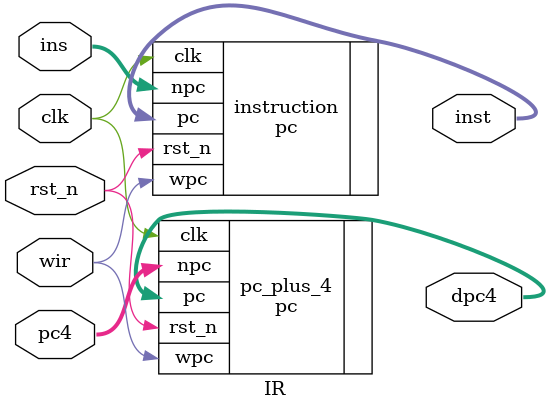
<source format=v>
`timescale 1ns / 1ps
module IR(
	input [31:0]pc4, ins,
	input wir, clk, rst_n,
	output [31:0]dpc4, inst
);	

pc pc_plus_4(
	.npc(pc4),
	.clk(clk),
	.wpc(wir),
	.rst_n(rst_n),
	.pc(dpc4)
);
	
pc instruction(
	.npc(ins),
	.clk(clk),
	.wpc(wir),
	.rst_n(rst_n),
	.pc(inst)
);
	



endmodule

</source>
